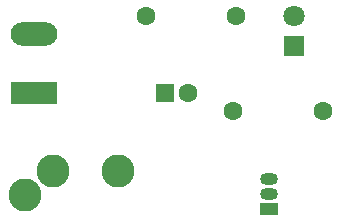
<source format=gbr>
%TF.GenerationSoftware,KiCad,Pcbnew,9.0.2*%
%TF.CreationDate,2025-07-25T11:16:10+05:30*%
%TF.ProjectId,IR,49522e6b-6963-4616-945f-706362585858,rev?*%
%TF.SameCoordinates,Original*%
%TF.FileFunction,Soldermask,Top*%
%TF.FilePolarity,Negative*%
%FSLAX46Y46*%
G04 Gerber Fmt 4.6, Leading zero omitted, Abs format (unit mm)*
G04 Created by KiCad (PCBNEW 9.0.2) date 2025-07-25 11:16:10*
%MOMM*%
%LPD*%
G01*
G04 APERTURE LIST*
G04 Aperture macros list*
%AMRoundRect*
0 Rectangle with rounded corners*
0 $1 Rounding radius*
0 $2 $3 $4 $5 $6 $7 $8 $9 X,Y pos of 4 corners*
0 Add a 4 corners polygon primitive as box body*
4,1,4,$2,$3,$4,$5,$6,$7,$8,$9,$2,$3,0*
0 Add four circle primitives for the rounded corners*
1,1,$1+$1,$2,$3*
1,1,$1+$1,$4,$5*
1,1,$1+$1,$6,$7*
1,1,$1+$1,$8,$9*
0 Add four rect primitives between the rounded corners*
20,1,$1+$1,$2,$3,$4,$5,0*
20,1,$1+$1,$4,$5,$6,$7,0*
20,1,$1+$1,$6,$7,$8,$9,0*
20,1,$1+$1,$8,$9,$2,$3,0*%
G04 Aperture macros list end*
%ADD10C,1.600000*%
%ADD11RoundRect,0.250000X-0.550000X-0.550000X0.550000X-0.550000X0.550000X0.550000X-0.550000X0.550000X0*%
%ADD12R,3.960000X1.980000*%
%ADD13O,3.960000X1.980000*%
%ADD14R,1.500000X1.050000*%
%ADD15O,1.500000X1.050000*%
%ADD16R,1.800000X1.800000*%
%ADD17C,1.800000*%
%ADD18C,2.800000*%
G04 APERTURE END LIST*
D10*
%TO.C,R2*%
X103000000Y-82000000D03*
X110620000Y-82000000D03*
%TD*%
D11*
%TO.C,C1*%
X104544888Y-88500000D03*
D10*
X106544888Y-88500000D03*
%TD*%
D12*
%TO.C,J1*%
X93500000Y-88500000D03*
D13*
X93500000Y-83500000D03*
%TD*%
D14*
%TO.C,Q1*%
X113360000Y-98270000D03*
D15*
X113360000Y-97000000D03*
X113360000Y-95730000D03*
%TD*%
D10*
%TO.C,R1*%
X110380000Y-90000000D03*
X118000000Y-90000000D03*
%TD*%
D16*
%TO.C,D1*%
X115500000Y-84500000D03*
D17*
X115500000Y-81960000D03*
%TD*%
D18*
%TO.C,J2*%
X100600000Y-95100000D03*
X92700000Y-97100000D03*
X95100000Y-95100000D03*
%TD*%
M02*

</source>
